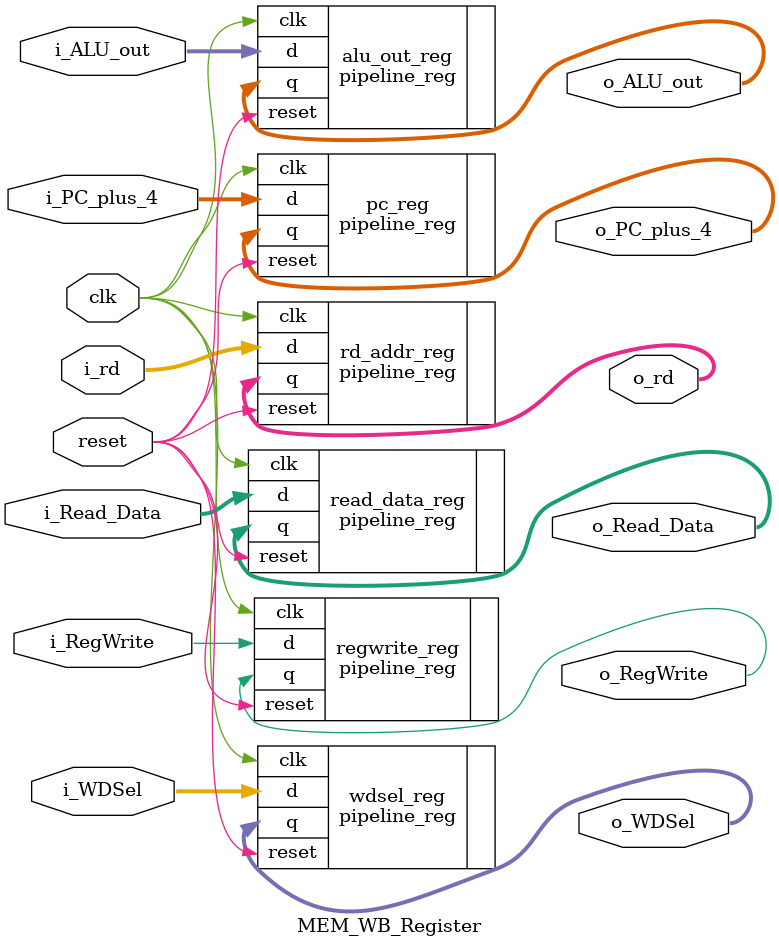
<source format=v>

module MEM_WB_Register (
    input clk,
    input reset,

    // --- Inputs from MEM Stage ---
    input [31:0] i_Read_Data, // This is Data_in from top module
    input [31:0] i_ALU_out,
    input [4:0]  i_rd,
    input [31:0] i_PC_plus_4,
    // Control Signals
    input        i_RegWrite,
    input [1:0]  i_WDSel,

    // --- Outputs to WB Stage ---
    output [31:0] o_Read_Data,
    output [31:0] o_ALU_out,
    output [4:0]  o_rd,
    output [31:0] o_PC_plus_4,
    // Control Signals
    output        o_RegWrite,
    output [1:0]  o_WDSel
);

    // Data Path Registers
    pipeline_reg #(.WIDTH(32)) read_data_reg (.clk(clk), .reset(reset), .d(i_Read_Data), .q(o_Read_Data));
    pipeline_reg #(.WIDTH(32)) alu_out_reg   (.clk(clk), .reset(reset), .d(i_ALU_out),   .q(o_ALU_out));
    pipeline_reg #(.WIDTH(5))  rd_addr_reg   (.clk(clk), .reset(reset), .d(i_rd),        .q(o_rd));
    pipeline_reg #(.WIDTH(32)) pc_reg        (.clk(clk), .reset(reset), .d(i_PC_plus_4),  .q(o_PC_plus_4));
    
    // Control Path Registers
    pipeline_reg #(.WIDTH(1)) regwrite_reg (.clk(clk), .reset(reset), .d(i_RegWrite), .q(o_RegWrite));
    pipeline_reg #(.WIDTH(2)) wdsel_reg    (.clk(clk), .reset(reset), .d(i_WDSel),    .q(o_WDSel));

endmodule
</source>
